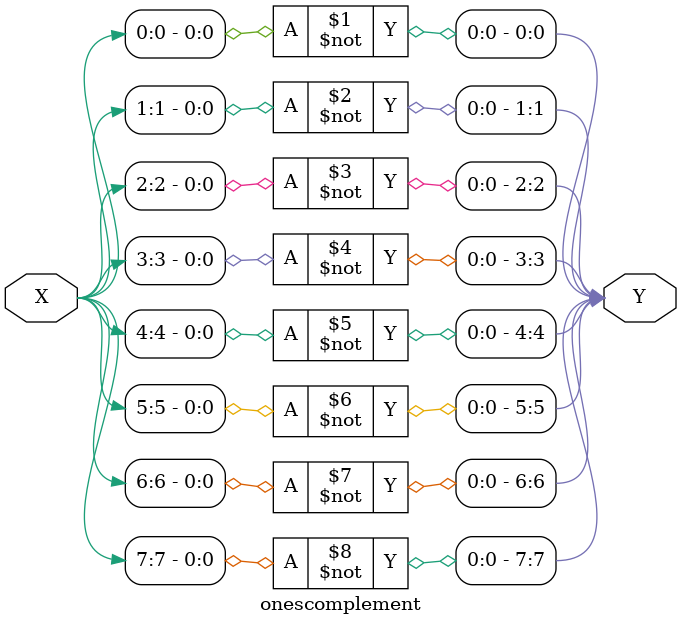
<source format=v>
module onescomplement(Y,X);
input  [7:0]X;
output [7:0]Y;
not one1(Y[0],X[0]);
not one2(Y[1],X[1]);
not one3(Y[2],X[2]);
not one4(Y[3],X[3]);
not one5(Y[4],X[4]);
not one6(Y[5],X[5]);
not one7(Y[6],X[6]);
not one8(Y[7],X[7]);
endmodule 
</source>
